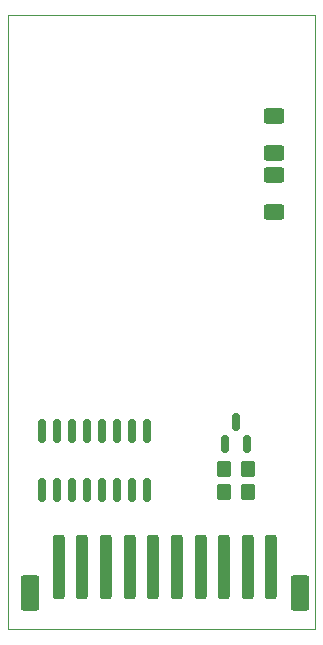
<source format=gbp>
G04 #@! TF.GenerationSoftware,KiCad,Pcbnew,(6.0.0)*
G04 #@! TF.CreationDate,2022-01-19T21:14:50+07:00*
G04 #@! TF.ProjectId,NixieClock,4e697869-6543-46c6-9f63-6b2e6b696361,rev?*
G04 #@! TF.SameCoordinates,Original*
G04 #@! TF.FileFunction,Paste,Bot*
G04 #@! TF.FilePolarity,Positive*
%FSLAX46Y46*%
G04 Gerber Fmt 4.6, Leading zero omitted, Abs format (unit mm)*
G04 Created by KiCad (PCBNEW (6.0.0)) date 2022-01-19 21:14:50*
%MOMM*%
%LPD*%
G01*
G04 APERTURE LIST*
G04 Aperture macros list*
%AMRoundRect*
0 Rectangle with rounded corners*
0 $1 Rounding radius*
0 $2 $3 $4 $5 $6 $7 $8 $9 X,Y pos of 4 corners*
0 Add a 4 corners polygon primitive as box body*
4,1,4,$2,$3,$4,$5,$6,$7,$8,$9,$2,$3,0*
0 Add four circle primitives for the rounded corners*
1,1,$1+$1,$2,$3*
1,1,$1+$1,$4,$5*
1,1,$1+$1,$6,$7*
1,1,$1+$1,$8,$9*
0 Add four rect primitives between the rounded corners*
20,1,$1+$1,$2,$3,$4,$5,0*
20,1,$1+$1,$4,$5,$6,$7,0*
20,1,$1+$1,$6,$7,$8,$9,0*
20,1,$1+$1,$8,$9,$2,$3,0*%
G04 Aperture macros list end*
G04 #@! TA.AperFunction,Profile*
%ADD10C,0.050000*%
G04 #@! TD*
%ADD11RoundRect,0.150000X0.150000X-0.587500X0.150000X0.587500X-0.150000X0.587500X-0.150000X-0.587500X0*%
%ADD12RoundRect,0.250000X-0.350000X-0.450000X0.350000X-0.450000X0.350000X0.450000X-0.350000X0.450000X0*%
%ADD13RoundRect,0.250000X-0.250000X-2.500000X0.250000X-2.500000X0.250000X2.500000X-0.250000X2.500000X0*%
%ADD14RoundRect,0.250000X-0.550000X-1.250000X0.550000X-1.250000X0.550000X1.250000X-0.550000X1.250000X0*%
%ADD15RoundRect,0.150000X-0.150000X0.825000X-0.150000X-0.825000X0.150000X-0.825000X0.150000X0.825000X0*%
%ADD16RoundRect,0.250000X-0.625000X0.400000X-0.625000X-0.400000X0.625000X-0.400000X0.625000X0.400000X0*%
%ADD17RoundRect,0.250000X0.625000X-0.400000X0.625000X0.400000X-0.625000X0.400000X-0.625000X-0.400000X0*%
G04 APERTURE END LIST*
D10*
X45700000Y-80300000D02*
X19700000Y-80300000D01*
X19700000Y-80300000D02*
X19700000Y-28300000D01*
X19700000Y-28300000D02*
X45700000Y-28300000D01*
X45700000Y-28300000D02*
X45700000Y-80300000D01*
D11*
X39950000Y-64637500D03*
X38050000Y-64637500D03*
X39000000Y-62762500D03*
D12*
X38000000Y-68700000D03*
X40000000Y-68700000D03*
D13*
X24000000Y-75000000D03*
X26000000Y-75000000D03*
X28000000Y-75000000D03*
X30000000Y-75000000D03*
X32000000Y-75000000D03*
X34000000Y-75000000D03*
X36000000Y-75000000D03*
X38000000Y-75000000D03*
X40000000Y-75000000D03*
X42000000Y-75000000D03*
D14*
X21600000Y-77250000D03*
X44400000Y-77250000D03*
D12*
X38000000Y-66700000D03*
X40000000Y-66700000D03*
D15*
X22555000Y-63525000D03*
X23825000Y-63525000D03*
X25095000Y-63525000D03*
X26365000Y-63525000D03*
X27635000Y-63525000D03*
X28905000Y-63525000D03*
X30175000Y-63525000D03*
X31445000Y-63525000D03*
X31445000Y-68475000D03*
X30175000Y-68475000D03*
X28905000Y-68475000D03*
X27635000Y-68475000D03*
X26365000Y-68475000D03*
X25095000Y-68475000D03*
X23825000Y-68475000D03*
X22555000Y-68475000D03*
D16*
X42200000Y-41850000D03*
X42200000Y-44950000D03*
D17*
X42200000Y-39950000D03*
X42200000Y-36850000D03*
M02*

</source>
